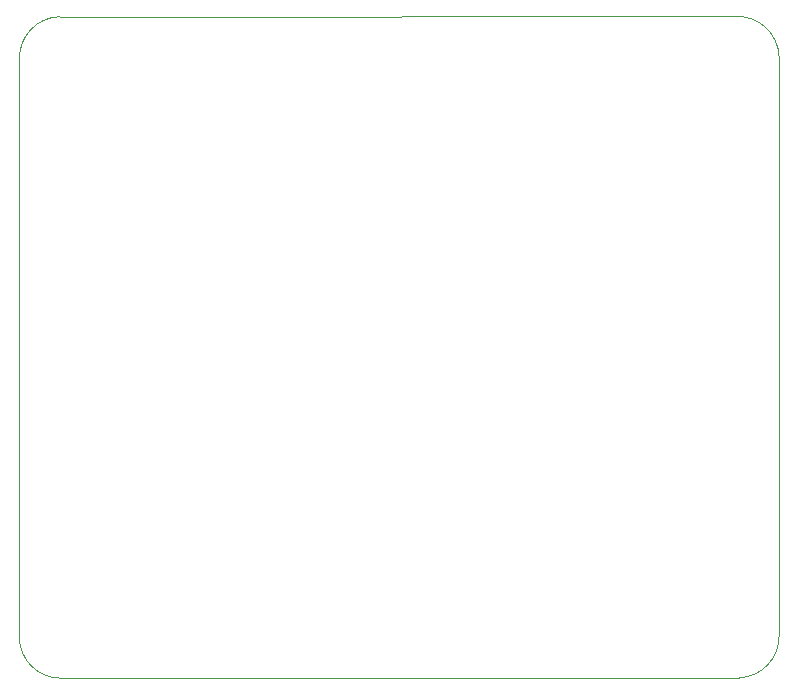
<source format=gbr>
G04 #@! TF.GenerationSoftware,KiCad,Pcbnew,(5.1.4-0-10_14)*
G04 #@! TF.CreationDate,2020-12-05T11:56:47+00:00*
G04 #@! TF.ProjectId,mt32-pi-midi-hat,6d743332-2d70-4692-9d6d-6964692d6861,rev?*
G04 #@! TF.SameCoordinates,Original*
G04 #@! TF.FileFunction,Profile,NP*
%FSLAX46Y46*%
G04 Gerber Fmt 4.6, Leading zero omitted, Abs format (unit mm)*
G04 Created by KiCad (PCBNEW (5.1.4-0-10_14)) date 2020-12-05 11:56:47*
%MOMM*%
%LPD*%
G04 APERTURE LIST*
%ADD10C,0.050000*%
G04 APERTURE END LIST*
D10*
X163068000Y-128143000D02*
G75*
G02X159648408Y-131740329I-3521062J-76890D01*
G01*
X159465591Y-75747128D02*
G75*
G02X163062920Y-79166720I76890J-3521062D01*
G01*
X98735000Y-128300000D02*
X98744288Y-79355500D01*
X102230310Y-131770218D02*
G75*
G02X98735000Y-128300000I-390J3495008D01*
G01*
X98744288Y-79355500D02*
G75*
G02X102163880Y-75758171I3521062J76890D01*
G01*
X159465591Y-75747880D02*
X102163880Y-75758040D01*
X163068000Y-128143000D02*
X163062920Y-79166720D01*
X102229920Y-131770120D02*
X159648408Y-131739640D01*
M02*

</source>
